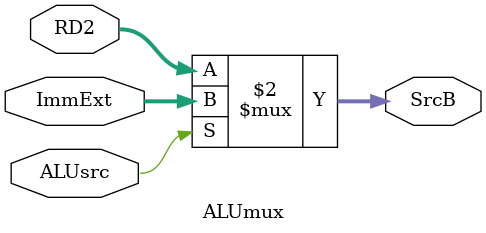
<source format=sv>
module ALUmux (
	input logic [31:0] RD2,
	input logic [31:0] ImmExt,
	input logic ALUsrc,

	output logic [31:0] SrcB
);

assign SrcB = (ALUsrc == 0) ? RD2 : ImmExt;

endmodule
	
</source>
